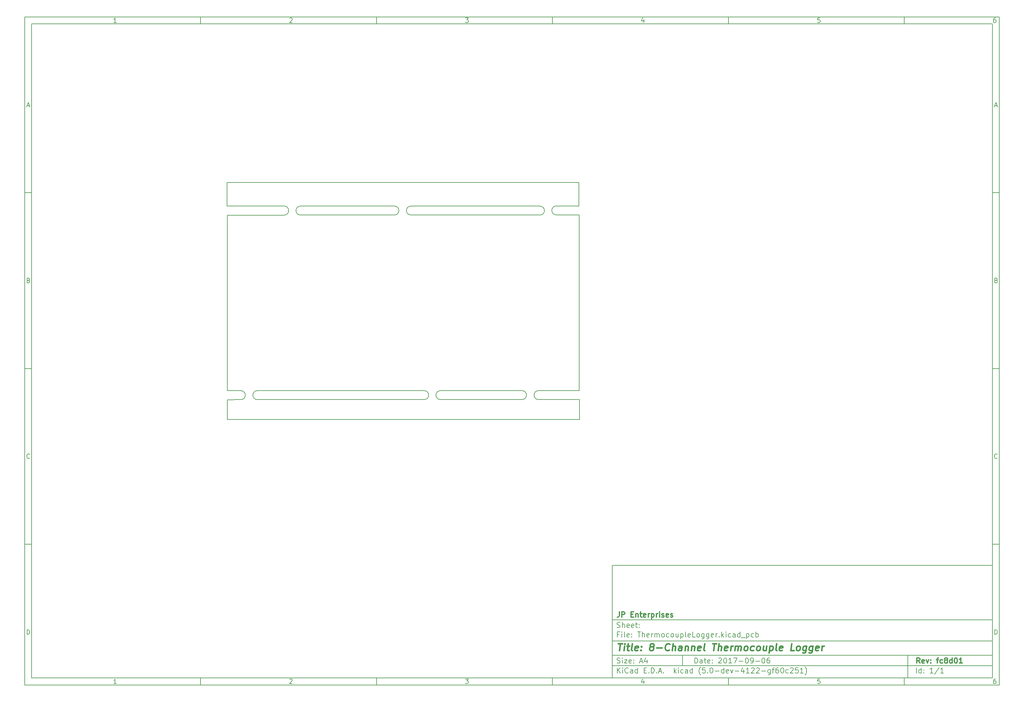
<source format=gm1>
%TF.GenerationSoftware,KiCad,Pcbnew,(5.0-dev-4122-gf60c251)*%
%TF.CreationDate,2018-08-13T09:47:59+01:00*%
%TF.ProjectId,ThermocoupleLogger,546865726D6F636F75706C654C6F6767,fc8d01*%
%TF.SameCoordinates,Original*%
%TF.FileFunction,Profile,NP*%
%FSLAX46Y46*%
G04 Gerber Fmt 4.6, Leading zero omitted, Abs format (unit mm)*
G04 Created by KiCad (PCBNEW (5.0-dev-4122-gf60c251)) date Monday, 13 August 2018 at 09:47:59*
%MOMM*%
%LPD*%
G01*
G04 APERTURE LIST*
%ADD10C,0.100000*%
%ADD11C,0.150000*%
%ADD12C,0.300000*%
%ADD13C,0.400000*%
%ADD14C,0.200000*%
G04 APERTURE END LIST*
D10*
D11*
X177002200Y-166007200D02*
X177002200Y-198007200D01*
X285002200Y-198007200D01*
X285002200Y-166007200D01*
X177002200Y-166007200D01*
D10*
D11*
X10000000Y-10000000D02*
X10000000Y-200007200D01*
X287002200Y-200007200D01*
X287002200Y-10000000D01*
X10000000Y-10000000D01*
D10*
D11*
X12000000Y-12000000D02*
X12000000Y-198007200D01*
X285002200Y-198007200D01*
X285002200Y-12000000D01*
X12000000Y-12000000D01*
D10*
D11*
X60000000Y-12000000D02*
X60000000Y-10000000D01*
D10*
D11*
X110000000Y-12000000D02*
X110000000Y-10000000D01*
D10*
D11*
X160000000Y-12000000D02*
X160000000Y-10000000D01*
D10*
D11*
X210000000Y-12000000D02*
X210000000Y-10000000D01*
D10*
D11*
X260000000Y-12000000D02*
X260000000Y-10000000D01*
D10*
D11*
X36065476Y-11588095D02*
X35322619Y-11588095D01*
X35694047Y-11588095D02*
X35694047Y-10288095D01*
X35570238Y-10473809D01*
X35446428Y-10597619D01*
X35322619Y-10659523D01*
D10*
D11*
X85322619Y-10411904D02*
X85384523Y-10350000D01*
X85508333Y-10288095D01*
X85817857Y-10288095D01*
X85941666Y-10350000D01*
X86003571Y-10411904D01*
X86065476Y-10535714D01*
X86065476Y-10659523D01*
X86003571Y-10845238D01*
X85260714Y-11588095D01*
X86065476Y-11588095D01*
D10*
D11*
X135260714Y-10288095D02*
X136065476Y-10288095D01*
X135632142Y-10783333D01*
X135817857Y-10783333D01*
X135941666Y-10845238D01*
X136003571Y-10907142D01*
X136065476Y-11030952D01*
X136065476Y-11340476D01*
X136003571Y-11464285D01*
X135941666Y-11526190D01*
X135817857Y-11588095D01*
X135446428Y-11588095D01*
X135322619Y-11526190D01*
X135260714Y-11464285D01*
D10*
D11*
X185941666Y-10721428D02*
X185941666Y-11588095D01*
X185632142Y-10226190D02*
X185322619Y-11154761D01*
X186127380Y-11154761D01*
D10*
D11*
X236003571Y-10288095D02*
X235384523Y-10288095D01*
X235322619Y-10907142D01*
X235384523Y-10845238D01*
X235508333Y-10783333D01*
X235817857Y-10783333D01*
X235941666Y-10845238D01*
X236003571Y-10907142D01*
X236065476Y-11030952D01*
X236065476Y-11340476D01*
X236003571Y-11464285D01*
X235941666Y-11526190D01*
X235817857Y-11588095D01*
X235508333Y-11588095D01*
X235384523Y-11526190D01*
X235322619Y-11464285D01*
D10*
D11*
X285941666Y-10288095D02*
X285694047Y-10288095D01*
X285570238Y-10350000D01*
X285508333Y-10411904D01*
X285384523Y-10597619D01*
X285322619Y-10845238D01*
X285322619Y-11340476D01*
X285384523Y-11464285D01*
X285446428Y-11526190D01*
X285570238Y-11588095D01*
X285817857Y-11588095D01*
X285941666Y-11526190D01*
X286003571Y-11464285D01*
X286065476Y-11340476D01*
X286065476Y-11030952D01*
X286003571Y-10907142D01*
X285941666Y-10845238D01*
X285817857Y-10783333D01*
X285570238Y-10783333D01*
X285446428Y-10845238D01*
X285384523Y-10907142D01*
X285322619Y-11030952D01*
D10*
D11*
X60000000Y-198007200D02*
X60000000Y-200007200D01*
D10*
D11*
X110000000Y-198007200D02*
X110000000Y-200007200D01*
D10*
D11*
X160000000Y-198007200D02*
X160000000Y-200007200D01*
D10*
D11*
X210000000Y-198007200D02*
X210000000Y-200007200D01*
D10*
D11*
X260000000Y-198007200D02*
X260000000Y-200007200D01*
D10*
D11*
X36065476Y-199595295D02*
X35322619Y-199595295D01*
X35694047Y-199595295D02*
X35694047Y-198295295D01*
X35570238Y-198481009D01*
X35446428Y-198604819D01*
X35322619Y-198666723D01*
D10*
D11*
X85322619Y-198419104D02*
X85384523Y-198357200D01*
X85508333Y-198295295D01*
X85817857Y-198295295D01*
X85941666Y-198357200D01*
X86003571Y-198419104D01*
X86065476Y-198542914D01*
X86065476Y-198666723D01*
X86003571Y-198852438D01*
X85260714Y-199595295D01*
X86065476Y-199595295D01*
D10*
D11*
X135260714Y-198295295D02*
X136065476Y-198295295D01*
X135632142Y-198790533D01*
X135817857Y-198790533D01*
X135941666Y-198852438D01*
X136003571Y-198914342D01*
X136065476Y-199038152D01*
X136065476Y-199347676D01*
X136003571Y-199471485D01*
X135941666Y-199533390D01*
X135817857Y-199595295D01*
X135446428Y-199595295D01*
X135322619Y-199533390D01*
X135260714Y-199471485D01*
D10*
D11*
X185941666Y-198728628D02*
X185941666Y-199595295D01*
X185632142Y-198233390D02*
X185322619Y-199161961D01*
X186127380Y-199161961D01*
D10*
D11*
X236003571Y-198295295D02*
X235384523Y-198295295D01*
X235322619Y-198914342D01*
X235384523Y-198852438D01*
X235508333Y-198790533D01*
X235817857Y-198790533D01*
X235941666Y-198852438D01*
X236003571Y-198914342D01*
X236065476Y-199038152D01*
X236065476Y-199347676D01*
X236003571Y-199471485D01*
X235941666Y-199533390D01*
X235817857Y-199595295D01*
X235508333Y-199595295D01*
X235384523Y-199533390D01*
X235322619Y-199471485D01*
D10*
D11*
X285941666Y-198295295D02*
X285694047Y-198295295D01*
X285570238Y-198357200D01*
X285508333Y-198419104D01*
X285384523Y-198604819D01*
X285322619Y-198852438D01*
X285322619Y-199347676D01*
X285384523Y-199471485D01*
X285446428Y-199533390D01*
X285570238Y-199595295D01*
X285817857Y-199595295D01*
X285941666Y-199533390D01*
X286003571Y-199471485D01*
X286065476Y-199347676D01*
X286065476Y-199038152D01*
X286003571Y-198914342D01*
X285941666Y-198852438D01*
X285817857Y-198790533D01*
X285570238Y-198790533D01*
X285446428Y-198852438D01*
X285384523Y-198914342D01*
X285322619Y-199038152D01*
D10*
D11*
X10000000Y-60000000D02*
X12000000Y-60000000D01*
D10*
D11*
X10000000Y-110000000D02*
X12000000Y-110000000D01*
D10*
D11*
X10000000Y-160000000D02*
X12000000Y-160000000D01*
D10*
D11*
X10690476Y-35216666D02*
X11309523Y-35216666D01*
X10566666Y-35588095D02*
X11000000Y-34288095D01*
X11433333Y-35588095D01*
D10*
D11*
X11092857Y-84907142D02*
X11278571Y-84969047D01*
X11340476Y-85030952D01*
X11402380Y-85154761D01*
X11402380Y-85340476D01*
X11340476Y-85464285D01*
X11278571Y-85526190D01*
X11154761Y-85588095D01*
X10659523Y-85588095D01*
X10659523Y-84288095D01*
X11092857Y-84288095D01*
X11216666Y-84350000D01*
X11278571Y-84411904D01*
X11340476Y-84535714D01*
X11340476Y-84659523D01*
X11278571Y-84783333D01*
X11216666Y-84845238D01*
X11092857Y-84907142D01*
X10659523Y-84907142D01*
D10*
D11*
X11402380Y-135464285D02*
X11340476Y-135526190D01*
X11154761Y-135588095D01*
X11030952Y-135588095D01*
X10845238Y-135526190D01*
X10721428Y-135402380D01*
X10659523Y-135278571D01*
X10597619Y-135030952D01*
X10597619Y-134845238D01*
X10659523Y-134597619D01*
X10721428Y-134473809D01*
X10845238Y-134350000D01*
X11030952Y-134288095D01*
X11154761Y-134288095D01*
X11340476Y-134350000D01*
X11402380Y-134411904D01*
D10*
D11*
X10659523Y-185588095D02*
X10659523Y-184288095D01*
X10969047Y-184288095D01*
X11154761Y-184350000D01*
X11278571Y-184473809D01*
X11340476Y-184597619D01*
X11402380Y-184845238D01*
X11402380Y-185030952D01*
X11340476Y-185278571D01*
X11278571Y-185402380D01*
X11154761Y-185526190D01*
X10969047Y-185588095D01*
X10659523Y-185588095D01*
D10*
D11*
X287002200Y-60000000D02*
X285002200Y-60000000D01*
D10*
D11*
X287002200Y-110000000D02*
X285002200Y-110000000D01*
D10*
D11*
X287002200Y-160000000D02*
X285002200Y-160000000D01*
D10*
D11*
X285692676Y-35216666D02*
X286311723Y-35216666D01*
X285568866Y-35588095D02*
X286002200Y-34288095D01*
X286435533Y-35588095D01*
D10*
D11*
X286095057Y-84907142D02*
X286280771Y-84969047D01*
X286342676Y-85030952D01*
X286404580Y-85154761D01*
X286404580Y-85340476D01*
X286342676Y-85464285D01*
X286280771Y-85526190D01*
X286156961Y-85588095D01*
X285661723Y-85588095D01*
X285661723Y-84288095D01*
X286095057Y-84288095D01*
X286218866Y-84350000D01*
X286280771Y-84411904D01*
X286342676Y-84535714D01*
X286342676Y-84659523D01*
X286280771Y-84783333D01*
X286218866Y-84845238D01*
X286095057Y-84907142D01*
X285661723Y-84907142D01*
D10*
D11*
X286404580Y-135464285D02*
X286342676Y-135526190D01*
X286156961Y-135588095D01*
X286033152Y-135588095D01*
X285847438Y-135526190D01*
X285723628Y-135402380D01*
X285661723Y-135278571D01*
X285599819Y-135030952D01*
X285599819Y-134845238D01*
X285661723Y-134597619D01*
X285723628Y-134473809D01*
X285847438Y-134350000D01*
X286033152Y-134288095D01*
X286156961Y-134288095D01*
X286342676Y-134350000D01*
X286404580Y-134411904D01*
D10*
D11*
X285661723Y-185588095D02*
X285661723Y-184288095D01*
X285971247Y-184288095D01*
X286156961Y-184350000D01*
X286280771Y-184473809D01*
X286342676Y-184597619D01*
X286404580Y-184845238D01*
X286404580Y-185030952D01*
X286342676Y-185278571D01*
X286280771Y-185402380D01*
X286156961Y-185526190D01*
X285971247Y-185588095D01*
X285661723Y-185588095D01*
D10*
D11*
X200434342Y-193785771D02*
X200434342Y-192285771D01*
X200791485Y-192285771D01*
X201005771Y-192357200D01*
X201148628Y-192500057D01*
X201220057Y-192642914D01*
X201291485Y-192928628D01*
X201291485Y-193142914D01*
X201220057Y-193428628D01*
X201148628Y-193571485D01*
X201005771Y-193714342D01*
X200791485Y-193785771D01*
X200434342Y-193785771D01*
X202577200Y-193785771D02*
X202577200Y-193000057D01*
X202505771Y-192857200D01*
X202362914Y-192785771D01*
X202077200Y-192785771D01*
X201934342Y-192857200D01*
X202577200Y-193714342D02*
X202434342Y-193785771D01*
X202077200Y-193785771D01*
X201934342Y-193714342D01*
X201862914Y-193571485D01*
X201862914Y-193428628D01*
X201934342Y-193285771D01*
X202077200Y-193214342D01*
X202434342Y-193214342D01*
X202577200Y-193142914D01*
X203077200Y-192785771D02*
X203648628Y-192785771D01*
X203291485Y-192285771D02*
X203291485Y-193571485D01*
X203362914Y-193714342D01*
X203505771Y-193785771D01*
X203648628Y-193785771D01*
X204720057Y-193714342D02*
X204577200Y-193785771D01*
X204291485Y-193785771D01*
X204148628Y-193714342D01*
X204077200Y-193571485D01*
X204077200Y-193000057D01*
X204148628Y-192857200D01*
X204291485Y-192785771D01*
X204577200Y-192785771D01*
X204720057Y-192857200D01*
X204791485Y-193000057D01*
X204791485Y-193142914D01*
X204077200Y-193285771D01*
X205434342Y-193642914D02*
X205505771Y-193714342D01*
X205434342Y-193785771D01*
X205362914Y-193714342D01*
X205434342Y-193642914D01*
X205434342Y-193785771D01*
X205434342Y-192857200D02*
X205505771Y-192928628D01*
X205434342Y-193000057D01*
X205362914Y-192928628D01*
X205434342Y-192857200D01*
X205434342Y-193000057D01*
X207220057Y-192428628D02*
X207291485Y-192357200D01*
X207434342Y-192285771D01*
X207791485Y-192285771D01*
X207934342Y-192357200D01*
X208005771Y-192428628D01*
X208077200Y-192571485D01*
X208077200Y-192714342D01*
X208005771Y-192928628D01*
X207148628Y-193785771D01*
X208077200Y-193785771D01*
X209005771Y-192285771D02*
X209148628Y-192285771D01*
X209291485Y-192357200D01*
X209362914Y-192428628D01*
X209434342Y-192571485D01*
X209505771Y-192857200D01*
X209505771Y-193214342D01*
X209434342Y-193500057D01*
X209362914Y-193642914D01*
X209291485Y-193714342D01*
X209148628Y-193785771D01*
X209005771Y-193785771D01*
X208862914Y-193714342D01*
X208791485Y-193642914D01*
X208720057Y-193500057D01*
X208648628Y-193214342D01*
X208648628Y-192857200D01*
X208720057Y-192571485D01*
X208791485Y-192428628D01*
X208862914Y-192357200D01*
X209005771Y-192285771D01*
X210934342Y-193785771D02*
X210077200Y-193785771D01*
X210505771Y-193785771D02*
X210505771Y-192285771D01*
X210362914Y-192500057D01*
X210220057Y-192642914D01*
X210077200Y-192714342D01*
X211434342Y-192285771D02*
X212434342Y-192285771D01*
X211791485Y-193785771D01*
X213005771Y-193214342D02*
X214148628Y-193214342D01*
X215148628Y-192285771D02*
X215291485Y-192285771D01*
X215434342Y-192357200D01*
X215505771Y-192428628D01*
X215577200Y-192571485D01*
X215648628Y-192857200D01*
X215648628Y-193214342D01*
X215577200Y-193500057D01*
X215505771Y-193642914D01*
X215434342Y-193714342D01*
X215291485Y-193785771D01*
X215148628Y-193785771D01*
X215005771Y-193714342D01*
X214934342Y-193642914D01*
X214862914Y-193500057D01*
X214791485Y-193214342D01*
X214791485Y-192857200D01*
X214862914Y-192571485D01*
X214934342Y-192428628D01*
X215005771Y-192357200D01*
X215148628Y-192285771D01*
X216362914Y-193785771D02*
X216648628Y-193785771D01*
X216791485Y-193714342D01*
X216862914Y-193642914D01*
X217005771Y-193428628D01*
X217077200Y-193142914D01*
X217077200Y-192571485D01*
X217005771Y-192428628D01*
X216934342Y-192357200D01*
X216791485Y-192285771D01*
X216505771Y-192285771D01*
X216362914Y-192357200D01*
X216291485Y-192428628D01*
X216220057Y-192571485D01*
X216220057Y-192928628D01*
X216291485Y-193071485D01*
X216362914Y-193142914D01*
X216505771Y-193214342D01*
X216791485Y-193214342D01*
X216934342Y-193142914D01*
X217005771Y-193071485D01*
X217077200Y-192928628D01*
X217720057Y-193214342D02*
X218862914Y-193214342D01*
X219862914Y-192285771D02*
X220005771Y-192285771D01*
X220148628Y-192357200D01*
X220220057Y-192428628D01*
X220291485Y-192571485D01*
X220362914Y-192857200D01*
X220362914Y-193214342D01*
X220291485Y-193500057D01*
X220220057Y-193642914D01*
X220148628Y-193714342D01*
X220005771Y-193785771D01*
X219862914Y-193785771D01*
X219720057Y-193714342D01*
X219648628Y-193642914D01*
X219577200Y-193500057D01*
X219505771Y-193214342D01*
X219505771Y-192857200D01*
X219577200Y-192571485D01*
X219648628Y-192428628D01*
X219720057Y-192357200D01*
X219862914Y-192285771D01*
X221648628Y-192285771D02*
X221362914Y-192285771D01*
X221220057Y-192357200D01*
X221148628Y-192428628D01*
X221005771Y-192642914D01*
X220934342Y-192928628D01*
X220934342Y-193500057D01*
X221005771Y-193642914D01*
X221077200Y-193714342D01*
X221220057Y-193785771D01*
X221505771Y-193785771D01*
X221648628Y-193714342D01*
X221720057Y-193642914D01*
X221791485Y-193500057D01*
X221791485Y-193142914D01*
X221720057Y-193000057D01*
X221648628Y-192928628D01*
X221505771Y-192857200D01*
X221220057Y-192857200D01*
X221077200Y-192928628D01*
X221005771Y-193000057D01*
X220934342Y-193142914D01*
D10*
D11*
X177002200Y-194507200D02*
X285002200Y-194507200D01*
D10*
D11*
X178434342Y-196585771D02*
X178434342Y-195085771D01*
X179291485Y-196585771D02*
X178648628Y-195728628D01*
X179291485Y-195085771D02*
X178434342Y-195942914D01*
X179934342Y-196585771D02*
X179934342Y-195585771D01*
X179934342Y-195085771D02*
X179862914Y-195157200D01*
X179934342Y-195228628D01*
X180005771Y-195157200D01*
X179934342Y-195085771D01*
X179934342Y-195228628D01*
X181505771Y-196442914D02*
X181434342Y-196514342D01*
X181220057Y-196585771D01*
X181077200Y-196585771D01*
X180862914Y-196514342D01*
X180720057Y-196371485D01*
X180648628Y-196228628D01*
X180577200Y-195942914D01*
X180577200Y-195728628D01*
X180648628Y-195442914D01*
X180720057Y-195300057D01*
X180862914Y-195157200D01*
X181077200Y-195085771D01*
X181220057Y-195085771D01*
X181434342Y-195157200D01*
X181505771Y-195228628D01*
X182791485Y-196585771D02*
X182791485Y-195800057D01*
X182720057Y-195657200D01*
X182577200Y-195585771D01*
X182291485Y-195585771D01*
X182148628Y-195657200D01*
X182791485Y-196514342D02*
X182648628Y-196585771D01*
X182291485Y-196585771D01*
X182148628Y-196514342D01*
X182077200Y-196371485D01*
X182077200Y-196228628D01*
X182148628Y-196085771D01*
X182291485Y-196014342D01*
X182648628Y-196014342D01*
X182791485Y-195942914D01*
X184148628Y-196585771D02*
X184148628Y-195085771D01*
X184148628Y-196514342D02*
X184005771Y-196585771D01*
X183720057Y-196585771D01*
X183577200Y-196514342D01*
X183505771Y-196442914D01*
X183434342Y-196300057D01*
X183434342Y-195871485D01*
X183505771Y-195728628D01*
X183577200Y-195657200D01*
X183720057Y-195585771D01*
X184005771Y-195585771D01*
X184148628Y-195657200D01*
X186005771Y-195800057D02*
X186505771Y-195800057D01*
X186720057Y-196585771D02*
X186005771Y-196585771D01*
X186005771Y-195085771D01*
X186720057Y-195085771D01*
X187362914Y-196442914D02*
X187434342Y-196514342D01*
X187362914Y-196585771D01*
X187291485Y-196514342D01*
X187362914Y-196442914D01*
X187362914Y-196585771D01*
X188077200Y-196585771D02*
X188077200Y-195085771D01*
X188434342Y-195085771D01*
X188648628Y-195157200D01*
X188791485Y-195300057D01*
X188862914Y-195442914D01*
X188934342Y-195728628D01*
X188934342Y-195942914D01*
X188862914Y-196228628D01*
X188791485Y-196371485D01*
X188648628Y-196514342D01*
X188434342Y-196585771D01*
X188077200Y-196585771D01*
X189577200Y-196442914D02*
X189648628Y-196514342D01*
X189577200Y-196585771D01*
X189505771Y-196514342D01*
X189577200Y-196442914D01*
X189577200Y-196585771D01*
X190220057Y-196157200D02*
X190934342Y-196157200D01*
X190077200Y-196585771D02*
X190577200Y-195085771D01*
X191077200Y-196585771D01*
X191577200Y-196442914D02*
X191648628Y-196514342D01*
X191577200Y-196585771D01*
X191505771Y-196514342D01*
X191577200Y-196442914D01*
X191577200Y-196585771D01*
X194577200Y-196585771D02*
X194577200Y-195085771D01*
X194720057Y-196014342D02*
X195148628Y-196585771D01*
X195148628Y-195585771D02*
X194577200Y-196157200D01*
X195791485Y-196585771D02*
X195791485Y-195585771D01*
X195791485Y-195085771D02*
X195720057Y-195157200D01*
X195791485Y-195228628D01*
X195862914Y-195157200D01*
X195791485Y-195085771D01*
X195791485Y-195228628D01*
X197148628Y-196514342D02*
X197005771Y-196585771D01*
X196720057Y-196585771D01*
X196577200Y-196514342D01*
X196505771Y-196442914D01*
X196434342Y-196300057D01*
X196434342Y-195871485D01*
X196505771Y-195728628D01*
X196577200Y-195657200D01*
X196720057Y-195585771D01*
X197005771Y-195585771D01*
X197148628Y-195657200D01*
X198434342Y-196585771D02*
X198434342Y-195800057D01*
X198362914Y-195657200D01*
X198220057Y-195585771D01*
X197934342Y-195585771D01*
X197791485Y-195657200D01*
X198434342Y-196514342D02*
X198291485Y-196585771D01*
X197934342Y-196585771D01*
X197791485Y-196514342D01*
X197720057Y-196371485D01*
X197720057Y-196228628D01*
X197791485Y-196085771D01*
X197934342Y-196014342D01*
X198291485Y-196014342D01*
X198434342Y-195942914D01*
X199791485Y-196585771D02*
X199791485Y-195085771D01*
X199791485Y-196514342D02*
X199648628Y-196585771D01*
X199362914Y-196585771D01*
X199220057Y-196514342D01*
X199148628Y-196442914D01*
X199077200Y-196300057D01*
X199077200Y-195871485D01*
X199148628Y-195728628D01*
X199220057Y-195657200D01*
X199362914Y-195585771D01*
X199648628Y-195585771D01*
X199791485Y-195657200D01*
X202077200Y-197157200D02*
X202005771Y-197085771D01*
X201862914Y-196871485D01*
X201791485Y-196728628D01*
X201720057Y-196514342D01*
X201648628Y-196157200D01*
X201648628Y-195871485D01*
X201720057Y-195514342D01*
X201791485Y-195300057D01*
X201862914Y-195157200D01*
X202005771Y-194942914D01*
X202077200Y-194871485D01*
X203362914Y-195085771D02*
X202648628Y-195085771D01*
X202577200Y-195800057D01*
X202648628Y-195728628D01*
X202791485Y-195657200D01*
X203148628Y-195657200D01*
X203291485Y-195728628D01*
X203362914Y-195800057D01*
X203434342Y-195942914D01*
X203434342Y-196300057D01*
X203362914Y-196442914D01*
X203291485Y-196514342D01*
X203148628Y-196585771D01*
X202791485Y-196585771D01*
X202648628Y-196514342D01*
X202577200Y-196442914D01*
X204077200Y-196442914D02*
X204148628Y-196514342D01*
X204077200Y-196585771D01*
X204005771Y-196514342D01*
X204077200Y-196442914D01*
X204077200Y-196585771D01*
X205077200Y-195085771D02*
X205220057Y-195085771D01*
X205362914Y-195157200D01*
X205434342Y-195228628D01*
X205505771Y-195371485D01*
X205577200Y-195657200D01*
X205577200Y-196014342D01*
X205505771Y-196300057D01*
X205434342Y-196442914D01*
X205362914Y-196514342D01*
X205220057Y-196585771D01*
X205077200Y-196585771D01*
X204934342Y-196514342D01*
X204862914Y-196442914D01*
X204791485Y-196300057D01*
X204720057Y-196014342D01*
X204720057Y-195657200D01*
X204791485Y-195371485D01*
X204862914Y-195228628D01*
X204934342Y-195157200D01*
X205077200Y-195085771D01*
X206220057Y-196014342D02*
X207362914Y-196014342D01*
X208720057Y-196585771D02*
X208720057Y-195085771D01*
X208720057Y-196514342D02*
X208577200Y-196585771D01*
X208291485Y-196585771D01*
X208148628Y-196514342D01*
X208077200Y-196442914D01*
X208005771Y-196300057D01*
X208005771Y-195871485D01*
X208077200Y-195728628D01*
X208148628Y-195657200D01*
X208291485Y-195585771D01*
X208577200Y-195585771D01*
X208720057Y-195657200D01*
X210005771Y-196514342D02*
X209862914Y-196585771D01*
X209577200Y-196585771D01*
X209434342Y-196514342D01*
X209362914Y-196371485D01*
X209362914Y-195800057D01*
X209434342Y-195657200D01*
X209577200Y-195585771D01*
X209862914Y-195585771D01*
X210005771Y-195657200D01*
X210077200Y-195800057D01*
X210077200Y-195942914D01*
X209362914Y-196085771D01*
X210577200Y-195585771D02*
X210934342Y-196585771D01*
X211291485Y-195585771D01*
X211862914Y-196014342D02*
X213005771Y-196014342D01*
X214362914Y-195585771D02*
X214362914Y-196585771D01*
X214005771Y-195014342D02*
X213648628Y-196085771D01*
X214577200Y-196085771D01*
X215934342Y-196585771D02*
X215077200Y-196585771D01*
X215505771Y-196585771D02*
X215505771Y-195085771D01*
X215362914Y-195300057D01*
X215220057Y-195442914D01*
X215077200Y-195514342D01*
X216505771Y-195228628D02*
X216577200Y-195157200D01*
X216720057Y-195085771D01*
X217077200Y-195085771D01*
X217220057Y-195157200D01*
X217291485Y-195228628D01*
X217362914Y-195371485D01*
X217362914Y-195514342D01*
X217291485Y-195728628D01*
X216434342Y-196585771D01*
X217362914Y-196585771D01*
X217934342Y-195228628D02*
X218005771Y-195157200D01*
X218148628Y-195085771D01*
X218505771Y-195085771D01*
X218648628Y-195157200D01*
X218720057Y-195228628D01*
X218791485Y-195371485D01*
X218791485Y-195514342D01*
X218720057Y-195728628D01*
X217862914Y-196585771D01*
X218791485Y-196585771D01*
X219434342Y-196014342D02*
X220577200Y-196014342D01*
X221934342Y-195585771D02*
X221934342Y-196800057D01*
X221862914Y-196942914D01*
X221791485Y-197014342D01*
X221648628Y-197085771D01*
X221434342Y-197085771D01*
X221291485Y-197014342D01*
X221934342Y-196514342D02*
X221791485Y-196585771D01*
X221505771Y-196585771D01*
X221362914Y-196514342D01*
X221291485Y-196442914D01*
X221220057Y-196300057D01*
X221220057Y-195871485D01*
X221291485Y-195728628D01*
X221362914Y-195657200D01*
X221505771Y-195585771D01*
X221791485Y-195585771D01*
X221934342Y-195657200D01*
X222434342Y-195585771D02*
X223005771Y-195585771D01*
X222648628Y-196585771D02*
X222648628Y-195300057D01*
X222720057Y-195157200D01*
X222862914Y-195085771D01*
X223005771Y-195085771D01*
X224148628Y-195085771D02*
X223862914Y-195085771D01*
X223720057Y-195157200D01*
X223648628Y-195228628D01*
X223505771Y-195442914D01*
X223434342Y-195728628D01*
X223434342Y-196300057D01*
X223505771Y-196442914D01*
X223577200Y-196514342D01*
X223720057Y-196585771D01*
X224005771Y-196585771D01*
X224148628Y-196514342D01*
X224220057Y-196442914D01*
X224291485Y-196300057D01*
X224291485Y-195942914D01*
X224220057Y-195800057D01*
X224148628Y-195728628D01*
X224005771Y-195657200D01*
X223720057Y-195657200D01*
X223577200Y-195728628D01*
X223505771Y-195800057D01*
X223434342Y-195942914D01*
X225220057Y-195085771D02*
X225362914Y-195085771D01*
X225505771Y-195157200D01*
X225577200Y-195228628D01*
X225648628Y-195371485D01*
X225720057Y-195657200D01*
X225720057Y-196014342D01*
X225648628Y-196300057D01*
X225577200Y-196442914D01*
X225505771Y-196514342D01*
X225362914Y-196585771D01*
X225220057Y-196585771D01*
X225077200Y-196514342D01*
X225005771Y-196442914D01*
X224934342Y-196300057D01*
X224862914Y-196014342D01*
X224862914Y-195657200D01*
X224934342Y-195371485D01*
X225005771Y-195228628D01*
X225077200Y-195157200D01*
X225220057Y-195085771D01*
X227005771Y-196514342D02*
X226862914Y-196585771D01*
X226577200Y-196585771D01*
X226434342Y-196514342D01*
X226362914Y-196442914D01*
X226291485Y-196300057D01*
X226291485Y-195871485D01*
X226362914Y-195728628D01*
X226434342Y-195657200D01*
X226577200Y-195585771D01*
X226862914Y-195585771D01*
X227005771Y-195657200D01*
X227577199Y-195228628D02*
X227648628Y-195157200D01*
X227791485Y-195085771D01*
X228148628Y-195085771D01*
X228291485Y-195157200D01*
X228362914Y-195228628D01*
X228434342Y-195371485D01*
X228434342Y-195514342D01*
X228362914Y-195728628D01*
X227505771Y-196585771D01*
X228434342Y-196585771D01*
X229791485Y-195085771D02*
X229077199Y-195085771D01*
X229005771Y-195800057D01*
X229077199Y-195728628D01*
X229220057Y-195657200D01*
X229577199Y-195657200D01*
X229720057Y-195728628D01*
X229791485Y-195800057D01*
X229862914Y-195942914D01*
X229862914Y-196300057D01*
X229791485Y-196442914D01*
X229720057Y-196514342D01*
X229577199Y-196585771D01*
X229220057Y-196585771D01*
X229077199Y-196514342D01*
X229005771Y-196442914D01*
X231291485Y-196585771D02*
X230434342Y-196585771D01*
X230862914Y-196585771D02*
X230862914Y-195085771D01*
X230720057Y-195300057D01*
X230577199Y-195442914D01*
X230434342Y-195514342D01*
X231791485Y-197157200D02*
X231862914Y-197085771D01*
X232005771Y-196871485D01*
X232077199Y-196728628D01*
X232148628Y-196514342D01*
X232220057Y-196157200D01*
X232220057Y-195871485D01*
X232148628Y-195514342D01*
X232077199Y-195300057D01*
X232005771Y-195157200D01*
X231862914Y-194942914D01*
X231791485Y-194871485D01*
D10*
D11*
X177002200Y-191507200D02*
X285002200Y-191507200D01*
D10*
D12*
X264411485Y-193785771D02*
X263911485Y-193071485D01*
X263554342Y-193785771D02*
X263554342Y-192285771D01*
X264125771Y-192285771D01*
X264268628Y-192357200D01*
X264340057Y-192428628D01*
X264411485Y-192571485D01*
X264411485Y-192785771D01*
X264340057Y-192928628D01*
X264268628Y-193000057D01*
X264125771Y-193071485D01*
X263554342Y-193071485D01*
X265625771Y-193714342D02*
X265482914Y-193785771D01*
X265197200Y-193785771D01*
X265054342Y-193714342D01*
X264982914Y-193571485D01*
X264982914Y-193000057D01*
X265054342Y-192857200D01*
X265197200Y-192785771D01*
X265482914Y-192785771D01*
X265625771Y-192857200D01*
X265697200Y-193000057D01*
X265697200Y-193142914D01*
X264982914Y-193285771D01*
X266197200Y-192785771D02*
X266554342Y-193785771D01*
X266911485Y-192785771D01*
X267482914Y-193642914D02*
X267554342Y-193714342D01*
X267482914Y-193785771D01*
X267411485Y-193714342D01*
X267482914Y-193642914D01*
X267482914Y-193785771D01*
X267482914Y-192857200D02*
X267554342Y-192928628D01*
X267482914Y-193000057D01*
X267411485Y-192928628D01*
X267482914Y-192857200D01*
X267482914Y-193000057D01*
X269125771Y-192785771D02*
X269697200Y-192785771D01*
X269340057Y-193785771D02*
X269340057Y-192500057D01*
X269411485Y-192357200D01*
X269554342Y-192285771D01*
X269697200Y-192285771D01*
X270840057Y-193714342D02*
X270697200Y-193785771D01*
X270411485Y-193785771D01*
X270268628Y-193714342D01*
X270197200Y-193642914D01*
X270125771Y-193500057D01*
X270125771Y-193071485D01*
X270197200Y-192928628D01*
X270268628Y-192857200D01*
X270411485Y-192785771D01*
X270697200Y-192785771D01*
X270840057Y-192857200D01*
X271697200Y-192928628D02*
X271554342Y-192857200D01*
X271482914Y-192785771D01*
X271411485Y-192642914D01*
X271411485Y-192571485D01*
X271482914Y-192428628D01*
X271554342Y-192357200D01*
X271697200Y-192285771D01*
X271982914Y-192285771D01*
X272125771Y-192357200D01*
X272197200Y-192428628D01*
X272268628Y-192571485D01*
X272268628Y-192642914D01*
X272197200Y-192785771D01*
X272125771Y-192857200D01*
X271982914Y-192928628D01*
X271697200Y-192928628D01*
X271554342Y-193000057D01*
X271482914Y-193071485D01*
X271411485Y-193214342D01*
X271411485Y-193500057D01*
X271482914Y-193642914D01*
X271554342Y-193714342D01*
X271697200Y-193785771D01*
X271982914Y-193785771D01*
X272125771Y-193714342D01*
X272197200Y-193642914D01*
X272268628Y-193500057D01*
X272268628Y-193214342D01*
X272197200Y-193071485D01*
X272125771Y-193000057D01*
X271982914Y-192928628D01*
X273554342Y-193785771D02*
X273554342Y-192285771D01*
X273554342Y-193714342D02*
X273411485Y-193785771D01*
X273125771Y-193785771D01*
X272982914Y-193714342D01*
X272911485Y-193642914D01*
X272840057Y-193500057D01*
X272840057Y-193071485D01*
X272911485Y-192928628D01*
X272982914Y-192857200D01*
X273125771Y-192785771D01*
X273411485Y-192785771D01*
X273554342Y-192857200D01*
X274554342Y-192285771D02*
X274697200Y-192285771D01*
X274840057Y-192357200D01*
X274911485Y-192428628D01*
X274982914Y-192571485D01*
X275054342Y-192857200D01*
X275054342Y-193214342D01*
X274982914Y-193500057D01*
X274911485Y-193642914D01*
X274840057Y-193714342D01*
X274697200Y-193785771D01*
X274554342Y-193785771D01*
X274411485Y-193714342D01*
X274340057Y-193642914D01*
X274268628Y-193500057D01*
X274197200Y-193214342D01*
X274197200Y-192857200D01*
X274268628Y-192571485D01*
X274340057Y-192428628D01*
X274411485Y-192357200D01*
X274554342Y-192285771D01*
X276482914Y-193785771D02*
X275625771Y-193785771D01*
X276054342Y-193785771D02*
X276054342Y-192285771D01*
X275911485Y-192500057D01*
X275768628Y-192642914D01*
X275625771Y-192714342D01*
D10*
D11*
X178362914Y-193714342D02*
X178577200Y-193785771D01*
X178934342Y-193785771D01*
X179077200Y-193714342D01*
X179148628Y-193642914D01*
X179220057Y-193500057D01*
X179220057Y-193357200D01*
X179148628Y-193214342D01*
X179077200Y-193142914D01*
X178934342Y-193071485D01*
X178648628Y-193000057D01*
X178505771Y-192928628D01*
X178434342Y-192857200D01*
X178362914Y-192714342D01*
X178362914Y-192571485D01*
X178434342Y-192428628D01*
X178505771Y-192357200D01*
X178648628Y-192285771D01*
X179005771Y-192285771D01*
X179220057Y-192357200D01*
X179862914Y-193785771D02*
X179862914Y-192785771D01*
X179862914Y-192285771D02*
X179791485Y-192357200D01*
X179862914Y-192428628D01*
X179934342Y-192357200D01*
X179862914Y-192285771D01*
X179862914Y-192428628D01*
X180434342Y-192785771D02*
X181220057Y-192785771D01*
X180434342Y-193785771D01*
X181220057Y-193785771D01*
X182362914Y-193714342D02*
X182220057Y-193785771D01*
X181934342Y-193785771D01*
X181791485Y-193714342D01*
X181720057Y-193571485D01*
X181720057Y-193000057D01*
X181791485Y-192857200D01*
X181934342Y-192785771D01*
X182220057Y-192785771D01*
X182362914Y-192857200D01*
X182434342Y-193000057D01*
X182434342Y-193142914D01*
X181720057Y-193285771D01*
X183077200Y-193642914D02*
X183148628Y-193714342D01*
X183077200Y-193785771D01*
X183005771Y-193714342D01*
X183077200Y-193642914D01*
X183077200Y-193785771D01*
X183077200Y-192857200D02*
X183148628Y-192928628D01*
X183077200Y-193000057D01*
X183005771Y-192928628D01*
X183077200Y-192857200D01*
X183077200Y-193000057D01*
X184862914Y-193357200D02*
X185577200Y-193357200D01*
X184720057Y-193785771D02*
X185220057Y-192285771D01*
X185720057Y-193785771D01*
X186862914Y-192785771D02*
X186862914Y-193785771D01*
X186505771Y-192214342D02*
X186148628Y-193285771D01*
X187077200Y-193285771D01*
D10*
D11*
X263434342Y-196585771D02*
X263434342Y-195085771D01*
X264791485Y-196585771D02*
X264791485Y-195085771D01*
X264791485Y-196514342D02*
X264648628Y-196585771D01*
X264362914Y-196585771D01*
X264220057Y-196514342D01*
X264148628Y-196442914D01*
X264077200Y-196300057D01*
X264077200Y-195871485D01*
X264148628Y-195728628D01*
X264220057Y-195657200D01*
X264362914Y-195585771D01*
X264648628Y-195585771D01*
X264791485Y-195657200D01*
X265505771Y-196442914D02*
X265577200Y-196514342D01*
X265505771Y-196585771D01*
X265434342Y-196514342D01*
X265505771Y-196442914D01*
X265505771Y-196585771D01*
X265505771Y-195657200D02*
X265577200Y-195728628D01*
X265505771Y-195800057D01*
X265434342Y-195728628D01*
X265505771Y-195657200D01*
X265505771Y-195800057D01*
X268148628Y-196585771D02*
X267291485Y-196585771D01*
X267720057Y-196585771D02*
X267720057Y-195085771D01*
X267577200Y-195300057D01*
X267434342Y-195442914D01*
X267291485Y-195514342D01*
X269862914Y-195014342D02*
X268577200Y-196942914D01*
X271148628Y-196585771D02*
X270291485Y-196585771D01*
X270720057Y-196585771D02*
X270720057Y-195085771D01*
X270577200Y-195300057D01*
X270434342Y-195442914D01*
X270291485Y-195514342D01*
D10*
D11*
X177002200Y-187507200D02*
X285002200Y-187507200D01*
D10*
D13*
X178714580Y-188211961D02*
X179857438Y-188211961D01*
X179036009Y-190211961D02*
X179286009Y-188211961D01*
X180274104Y-190211961D02*
X180440771Y-188878628D01*
X180524104Y-188211961D02*
X180416961Y-188307200D01*
X180500295Y-188402438D01*
X180607438Y-188307200D01*
X180524104Y-188211961D01*
X180500295Y-188402438D01*
X181107438Y-188878628D02*
X181869342Y-188878628D01*
X181476485Y-188211961D02*
X181262200Y-189926247D01*
X181333628Y-190116723D01*
X181512200Y-190211961D01*
X181702676Y-190211961D01*
X182655057Y-190211961D02*
X182476485Y-190116723D01*
X182405057Y-189926247D01*
X182619342Y-188211961D01*
X184190771Y-190116723D02*
X183988390Y-190211961D01*
X183607438Y-190211961D01*
X183428866Y-190116723D01*
X183357438Y-189926247D01*
X183452676Y-189164342D01*
X183571723Y-188973866D01*
X183774104Y-188878628D01*
X184155057Y-188878628D01*
X184333628Y-188973866D01*
X184405057Y-189164342D01*
X184381247Y-189354819D01*
X183405057Y-189545295D01*
X185155057Y-190021485D02*
X185238390Y-190116723D01*
X185131247Y-190211961D01*
X185047914Y-190116723D01*
X185155057Y-190021485D01*
X185131247Y-190211961D01*
X185286009Y-188973866D02*
X185369342Y-189069104D01*
X185262200Y-189164342D01*
X185178866Y-189069104D01*
X185286009Y-188973866D01*
X185262200Y-189164342D01*
X188036009Y-189069104D02*
X187857438Y-188973866D01*
X187774104Y-188878628D01*
X187702676Y-188688152D01*
X187714580Y-188592914D01*
X187833628Y-188402438D01*
X187940771Y-188307200D01*
X188143152Y-188211961D01*
X188524104Y-188211961D01*
X188702676Y-188307200D01*
X188786009Y-188402438D01*
X188857438Y-188592914D01*
X188845533Y-188688152D01*
X188726485Y-188878628D01*
X188619342Y-188973866D01*
X188416961Y-189069104D01*
X188036009Y-189069104D01*
X187833628Y-189164342D01*
X187726485Y-189259580D01*
X187607438Y-189450057D01*
X187559819Y-189831009D01*
X187631247Y-190021485D01*
X187714580Y-190116723D01*
X187893152Y-190211961D01*
X188274104Y-190211961D01*
X188476485Y-190116723D01*
X188583628Y-190021485D01*
X188702676Y-189831009D01*
X188750295Y-189450057D01*
X188678866Y-189259580D01*
X188595533Y-189164342D01*
X188416961Y-189069104D01*
X189607438Y-189450057D02*
X191131247Y-189450057D01*
X193155057Y-190021485D02*
X193047914Y-190116723D01*
X192750295Y-190211961D01*
X192559819Y-190211961D01*
X192286009Y-190116723D01*
X192119342Y-189926247D01*
X192047914Y-189735771D01*
X192000295Y-189354819D01*
X192036009Y-189069104D01*
X192178866Y-188688152D01*
X192297914Y-188497676D01*
X192512200Y-188307200D01*
X192809819Y-188211961D01*
X193000295Y-188211961D01*
X193274104Y-188307200D01*
X193357438Y-188402438D01*
X193988390Y-190211961D02*
X194238390Y-188211961D01*
X194845533Y-190211961D02*
X194976485Y-189164342D01*
X194905057Y-188973866D01*
X194726485Y-188878628D01*
X194440771Y-188878628D01*
X194238390Y-188973866D01*
X194131247Y-189069104D01*
X196655057Y-190211961D02*
X196786009Y-189164342D01*
X196714580Y-188973866D01*
X196536009Y-188878628D01*
X196155057Y-188878628D01*
X195952676Y-188973866D01*
X196666961Y-190116723D02*
X196464580Y-190211961D01*
X195988390Y-190211961D01*
X195809819Y-190116723D01*
X195738390Y-189926247D01*
X195762200Y-189735771D01*
X195881247Y-189545295D01*
X196083628Y-189450057D01*
X196559819Y-189450057D01*
X196762200Y-189354819D01*
X197774104Y-188878628D02*
X197607438Y-190211961D01*
X197750295Y-189069104D02*
X197857438Y-188973866D01*
X198059819Y-188878628D01*
X198345533Y-188878628D01*
X198524104Y-188973866D01*
X198595533Y-189164342D01*
X198464580Y-190211961D01*
X199583628Y-188878628D02*
X199416961Y-190211961D01*
X199559819Y-189069104D02*
X199666961Y-188973866D01*
X199869342Y-188878628D01*
X200155057Y-188878628D01*
X200333628Y-188973866D01*
X200405057Y-189164342D01*
X200274104Y-190211961D01*
X202000295Y-190116723D02*
X201797914Y-190211961D01*
X201416961Y-190211961D01*
X201238390Y-190116723D01*
X201166961Y-189926247D01*
X201262200Y-189164342D01*
X201381247Y-188973866D01*
X201583628Y-188878628D01*
X201964580Y-188878628D01*
X202143152Y-188973866D01*
X202214580Y-189164342D01*
X202190771Y-189354819D01*
X201214580Y-189545295D01*
X203226485Y-190211961D02*
X203047914Y-190116723D01*
X202976485Y-189926247D01*
X203190771Y-188211961D01*
X205476485Y-188211961D02*
X206619342Y-188211961D01*
X205797914Y-190211961D02*
X206047914Y-188211961D01*
X207036009Y-190211961D02*
X207286009Y-188211961D01*
X207893152Y-190211961D02*
X208024104Y-189164342D01*
X207952676Y-188973866D01*
X207774104Y-188878628D01*
X207488390Y-188878628D01*
X207286009Y-188973866D01*
X207178866Y-189069104D01*
X209619342Y-190116723D02*
X209416961Y-190211961D01*
X209036009Y-190211961D01*
X208857438Y-190116723D01*
X208786009Y-189926247D01*
X208881247Y-189164342D01*
X209000295Y-188973866D01*
X209202676Y-188878628D01*
X209583628Y-188878628D01*
X209762200Y-188973866D01*
X209833628Y-189164342D01*
X209809819Y-189354819D01*
X208833628Y-189545295D01*
X210559819Y-190211961D02*
X210726485Y-188878628D01*
X210678866Y-189259580D02*
X210797914Y-189069104D01*
X210905057Y-188973866D01*
X211107438Y-188878628D01*
X211297914Y-188878628D01*
X211797914Y-190211961D02*
X211964580Y-188878628D01*
X211940771Y-189069104D02*
X212047914Y-188973866D01*
X212250295Y-188878628D01*
X212536009Y-188878628D01*
X212714580Y-188973866D01*
X212786009Y-189164342D01*
X212655057Y-190211961D01*
X212786009Y-189164342D02*
X212905057Y-188973866D01*
X213107438Y-188878628D01*
X213393152Y-188878628D01*
X213571723Y-188973866D01*
X213643152Y-189164342D01*
X213512200Y-190211961D01*
X214750295Y-190211961D02*
X214571723Y-190116723D01*
X214488390Y-190021485D01*
X214416961Y-189831009D01*
X214488390Y-189259580D01*
X214607438Y-189069104D01*
X214714580Y-188973866D01*
X214916961Y-188878628D01*
X215202676Y-188878628D01*
X215381247Y-188973866D01*
X215464580Y-189069104D01*
X215536009Y-189259580D01*
X215464580Y-189831009D01*
X215345533Y-190021485D01*
X215238390Y-190116723D01*
X215036009Y-190211961D01*
X214750295Y-190211961D01*
X217143152Y-190116723D02*
X216940771Y-190211961D01*
X216559819Y-190211961D01*
X216381247Y-190116723D01*
X216297914Y-190021485D01*
X216226485Y-189831009D01*
X216297914Y-189259580D01*
X216416961Y-189069104D01*
X216524104Y-188973866D01*
X216726485Y-188878628D01*
X217107438Y-188878628D01*
X217286009Y-188973866D01*
X218274104Y-190211961D02*
X218095533Y-190116723D01*
X218012200Y-190021485D01*
X217940771Y-189831009D01*
X218012200Y-189259580D01*
X218131247Y-189069104D01*
X218238390Y-188973866D01*
X218440771Y-188878628D01*
X218726485Y-188878628D01*
X218905057Y-188973866D01*
X218988390Y-189069104D01*
X219059819Y-189259580D01*
X218988390Y-189831009D01*
X218869342Y-190021485D01*
X218762200Y-190116723D01*
X218559819Y-190211961D01*
X218274104Y-190211961D01*
X220821723Y-188878628D02*
X220655057Y-190211961D01*
X219964580Y-188878628D02*
X219833628Y-189926247D01*
X219905057Y-190116723D01*
X220083628Y-190211961D01*
X220369342Y-190211961D01*
X220571723Y-190116723D01*
X220678866Y-190021485D01*
X221774104Y-188878628D02*
X221524104Y-190878628D01*
X221762200Y-188973866D02*
X221964580Y-188878628D01*
X222345533Y-188878628D01*
X222524104Y-188973866D01*
X222607438Y-189069104D01*
X222678866Y-189259580D01*
X222607438Y-189831009D01*
X222488390Y-190021485D01*
X222381247Y-190116723D01*
X222178866Y-190211961D01*
X221797914Y-190211961D01*
X221619342Y-190116723D01*
X223702676Y-190211961D02*
X223524104Y-190116723D01*
X223452676Y-189926247D01*
X223666961Y-188211961D01*
X225238390Y-190116723D02*
X225036009Y-190211961D01*
X224655057Y-190211961D01*
X224476485Y-190116723D01*
X224405057Y-189926247D01*
X224500295Y-189164342D01*
X224619342Y-188973866D01*
X224821723Y-188878628D01*
X225202676Y-188878628D01*
X225381247Y-188973866D01*
X225452676Y-189164342D01*
X225428866Y-189354819D01*
X224452676Y-189545295D01*
X228655057Y-190211961D02*
X227702676Y-190211961D01*
X227952676Y-188211961D01*
X229607438Y-190211961D02*
X229428866Y-190116723D01*
X229345533Y-190021485D01*
X229274104Y-189831009D01*
X229345533Y-189259580D01*
X229464580Y-189069104D01*
X229571723Y-188973866D01*
X229774104Y-188878628D01*
X230059819Y-188878628D01*
X230238390Y-188973866D01*
X230321723Y-189069104D01*
X230393152Y-189259580D01*
X230321723Y-189831009D01*
X230202676Y-190021485D01*
X230095533Y-190116723D01*
X229893152Y-190211961D01*
X229607438Y-190211961D01*
X232155057Y-188878628D02*
X231952676Y-190497676D01*
X231833628Y-190688152D01*
X231726485Y-190783390D01*
X231524104Y-190878628D01*
X231238390Y-190878628D01*
X231059819Y-190783390D01*
X232000295Y-190116723D02*
X231797914Y-190211961D01*
X231416961Y-190211961D01*
X231238390Y-190116723D01*
X231155057Y-190021485D01*
X231083628Y-189831009D01*
X231155057Y-189259580D01*
X231274104Y-189069104D01*
X231381247Y-188973866D01*
X231583628Y-188878628D01*
X231964580Y-188878628D01*
X232143152Y-188973866D01*
X233964580Y-188878628D02*
X233762199Y-190497676D01*
X233643152Y-190688152D01*
X233536009Y-190783390D01*
X233333628Y-190878628D01*
X233047914Y-190878628D01*
X232869342Y-190783390D01*
X233809819Y-190116723D02*
X233607438Y-190211961D01*
X233226485Y-190211961D01*
X233047914Y-190116723D01*
X232964580Y-190021485D01*
X232893152Y-189831009D01*
X232964580Y-189259580D01*
X233083628Y-189069104D01*
X233190771Y-188973866D01*
X233393152Y-188878628D01*
X233774104Y-188878628D01*
X233952676Y-188973866D01*
X235524104Y-190116723D02*
X235321723Y-190211961D01*
X234940771Y-190211961D01*
X234762199Y-190116723D01*
X234690771Y-189926247D01*
X234786009Y-189164342D01*
X234905057Y-188973866D01*
X235107438Y-188878628D01*
X235488390Y-188878628D01*
X235666961Y-188973866D01*
X235738390Y-189164342D01*
X235714580Y-189354819D01*
X234738390Y-189545295D01*
X236464580Y-190211961D02*
X236631247Y-188878628D01*
X236583628Y-189259580D02*
X236702676Y-189069104D01*
X236809819Y-188973866D01*
X237012199Y-188878628D01*
X237202676Y-188878628D01*
D10*
D11*
X178934342Y-185600057D02*
X178434342Y-185600057D01*
X178434342Y-186385771D02*
X178434342Y-184885771D01*
X179148628Y-184885771D01*
X179720057Y-186385771D02*
X179720057Y-185385771D01*
X179720057Y-184885771D02*
X179648628Y-184957200D01*
X179720057Y-185028628D01*
X179791485Y-184957200D01*
X179720057Y-184885771D01*
X179720057Y-185028628D01*
X180648628Y-186385771D02*
X180505771Y-186314342D01*
X180434342Y-186171485D01*
X180434342Y-184885771D01*
X181791485Y-186314342D02*
X181648628Y-186385771D01*
X181362914Y-186385771D01*
X181220057Y-186314342D01*
X181148628Y-186171485D01*
X181148628Y-185600057D01*
X181220057Y-185457200D01*
X181362914Y-185385771D01*
X181648628Y-185385771D01*
X181791485Y-185457200D01*
X181862914Y-185600057D01*
X181862914Y-185742914D01*
X181148628Y-185885771D01*
X182505771Y-186242914D02*
X182577200Y-186314342D01*
X182505771Y-186385771D01*
X182434342Y-186314342D01*
X182505771Y-186242914D01*
X182505771Y-186385771D01*
X182505771Y-185457200D02*
X182577200Y-185528628D01*
X182505771Y-185600057D01*
X182434342Y-185528628D01*
X182505771Y-185457200D01*
X182505771Y-185600057D01*
X184148628Y-184885771D02*
X185005771Y-184885771D01*
X184577200Y-186385771D02*
X184577200Y-184885771D01*
X185505771Y-186385771D02*
X185505771Y-184885771D01*
X186148628Y-186385771D02*
X186148628Y-185600057D01*
X186077200Y-185457200D01*
X185934342Y-185385771D01*
X185720057Y-185385771D01*
X185577200Y-185457200D01*
X185505771Y-185528628D01*
X187434342Y-186314342D02*
X187291485Y-186385771D01*
X187005771Y-186385771D01*
X186862914Y-186314342D01*
X186791485Y-186171485D01*
X186791485Y-185600057D01*
X186862914Y-185457200D01*
X187005771Y-185385771D01*
X187291485Y-185385771D01*
X187434342Y-185457200D01*
X187505771Y-185600057D01*
X187505771Y-185742914D01*
X186791485Y-185885771D01*
X188148628Y-186385771D02*
X188148628Y-185385771D01*
X188148628Y-185671485D02*
X188220057Y-185528628D01*
X188291485Y-185457200D01*
X188434342Y-185385771D01*
X188577200Y-185385771D01*
X189077200Y-186385771D02*
X189077200Y-185385771D01*
X189077200Y-185528628D02*
X189148628Y-185457200D01*
X189291485Y-185385771D01*
X189505771Y-185385771D01*
X189648628Y-185457200D01*
X189720057Y-185600057D01*
X189720057Y-186385771D01*
X189720057Y-185600057D02*
X189791485Y-185457200D01*
X189934342Y-185385771D01*
X190148628Y-185385771D01*
X190291485Y-185457200D01*
X190362914Y-185600057D01*
X190362914Y-186385771D01*
X191291485Y-186385771D02*
X191148628Y-186314342D01*
X191077200Y-186242914D01*
X191005771Y-186100057D01*
X191005771Y-185671485D01*
X191077200Y-185528628D01*
X191148628Y-185457200D01*
X191291485Y-185385771D01*
X191505771Y-185385771D01*
X191648628Y-185457200D01*
X191720057Y-185528628D01*
X191791485Y-185671485D01*
X191791485Y-186100057D01*
X191720057Y-186242914D01*
X191648628Y-186314342D01*
X191505771Y-186385771D01*
X191291485Y-186385771D01*
X193077200Y-186314342D02*
X192934342Y-186385771D01*
X192648628Y-186385771D01*
X192505771Y-186314342D01*
X192434342Y-186242914D01*
X192362914Y-186100057D01*
X192362914Y-185671485D01*
X192434342Y-185528628D01*
X192505771Y-185457200D01*
X192648628Y-185385771D01*
X192934342Y-185385771D01*
X193077200Y-185457200D01*
X193934342Y-186385771D02*
X193791485Y-186314342D01*
X193720057Y-186242914D01*
X193648628Y-186100057D01*
X193648628Y-185671485D01*
X193720057Y-185528628D01*
X193791485Y-185457200D01*
X193934342Y-185385771D01*
X194148628Y-185385771D01*
X194291485Y-185457200D01*
X194362914Y-185528628D01*
X194434342Y-185671485D01*
X194434342Y-186100057D01*
X194362914Y-186242914D01*
X194291485Y-186314342D01*
X194148628Y-186385771D01*
X193934342Y-186385771D01*
X195720057Y-185385771D02*
X195720057Y-186385771D01*
X195077200Y-185385771D02*
X195077200Y-186171485D01*
X195148628Y-186314342D01*
X195291485Y-186385771D01*
X195505771Y-186385771D01*
X195648628Y-186314342D01*
X195720057Y-186242914D01*
X196434342Y-185385771D02*
X196434342Y-186885771D01*
X196434342Y-185457200D02*
X196577200Y-185385771D01*
X196862914Y-185385771D01*
X197005771Y-185457200D01*
X197077200Y-185528628D01*
X197148628Y-185671485D01*
X197148628Y-186100057D01*
X197077200Y-186242914D01*
X197005771Y-186314342D01*
X196862914Y-186385771D01*
X196577200Y-186385771D01*
X196434342Y-186314342D01*
X198005771Y-186385771D02*
X197862914Y-186314342D01*
X197791485Y-186171485D01*
X197791485Y-184885771D01*
X199148628Y-186314342D02*
X199005771Y-186385771D01*
X198720057Y-186385771D01*
X198577200Y-186314342D01*
X198505771Y-186171485D01*
X198505771Y-185600057D01*
X198577200Y-185457200D01*
X198720057Y-185385771D01*
X199005771Y-185385771D01*
X199148628Y-185457200D01*
X199220057Y-185600057D01*
X199220057Y-185742914D01*
X198505771Y-185885771D01*
X200577200Y-186385771D02*
X199862914Y-186385771D01*
X199862914Y-184885771D01*
X201291485Y-186385771D02*
X201148628Y-186314342D01*
X201077200Y-186242914D01*
X201005771Y-186100057D01*
X201005771Y-185671485D01*
X201077200Y-185528628D01*
X201148628Y-185457200D01*
X201291485Y-185385771D01*
X201505771Y-185385771D01*
X201648628Y-185457200D01*
X201720057Y-185528628D01*
X201791485Y-185671485D01*
X201791485Y-186100057D01*
X201720057Y-186242914D01*
X201648628Y-186314342D01*
X201505771Y-186385771D01*
X201291485Y-186385771D01*
X203077200Y-185385771D02*
X203077200Y-186600057D01*
X203005771Y-186742914D01*
X202934342Y-186814342D01*
X202791485Y-186885771D01*
X202577200Y-186885771D01*
X202434342Y-186814342D01*
X203077200Y-186314342D02*
X202934342Y-186385771D01*
X202648628Y-186385771D01*
X202505771Y-186314342D01*
X202434342Y-186242914D01*
X202362914Y-186100057D01*
X202362914Y-185671485D01*
X202434342Y-185528628D01*
X202505771Y-185457200D01*
X202648628Y-185385771D01*
X202934342Y-185385771D01*
X203077200Y-185457200D01*
X204434342Y-185385771D02*
X204434342Y-186600057D01*
X204362914Y-186742914D01*
X204291485Y-186814342D01*
X204148628Y-186885771D01*
X203934342Y-186885771D01*
X203791485Y-186814342D01*
X204434342Y-186314342D02*
X204291485Y-186385771D01*
X204005771Y-186385771D01*
X203862914Y-186314342D01*
X203791485Y-186242914D01*
X203720057Y-186100057D01*
X203720057Y-185671485D01*
X203791485Y-185528628D01*
X203862914Y-185457200D01*
X204005771Y-185385771D01*
X204291485Y-185385771D01*
X204434342Y-185457200D01*
X205720057Y-186314342D02*
X205577200Y-186385771D01*
X205291485Y-186385771D01*
X205148628Y-186314342D01*
X205077200Y-186171485D01*
X205077200Y-185600057D01*
X205148628Y-185457200D01*
X205291485Y-185385771D01*
X205577200Y-185385771D01*
X205720057Y-185457200D01*
X205791485Y-185600057D01*
X205791485Y-185742914D01*
X205077200Y-185885771D01*
X206434342Y-186385771D02*
X206434342Y-185385771D01*
X206434342Y-185671485D02*
X206505771Y-185528628D01*
X206577200Y-185457200D01*
X206720057Y-185385771D01*
X206862914Y-185385771D01*
X207362914Y-186242914D02*
X207434342Y-186314342D01*
X207362914Y-186385771D01*
X207291485Y-186314342D01*
X207362914Y-186242914D01*
X207362914Y-186385771D01*
X208077200Y-186385771D02*
X208077200Y-184885771D01*
X208220057Y-185814342D02*
X208648628Y-186385771D01*
X208648628Y-185385771D02*
X208077200Y-185957200D01*
X209291485Y-186385771D02*
X209291485Y-185385771D01*
X209291485Y-184885771D02*
X209220057Y-184957200D01*
X209291485Y-185028628D01*
X209362914Y-184957200D01*
X209291485Y-184885771D01*
X209291485Y-185028628D01*
X210648628Y-186314342D02*
X210505771Y-186385771D01*
X210220057Y-186385771D01*
X210077200Y-186314342D01*
X210005771Y-186242914D01*
X209934342Y-186100057D01*
X209934342Y-185671485D01*
X210005771Y-185528628D01*
X210077200Y-185457200D01*
X210220057Y-185385771D01*
X210505771Y-185385771D01*
X210648628Y-185457200D01*
X211934342Y-186385771D02*
X211934342Y-185600057D01*
X211862914Y-185457200D01*
X211720057Y-185385771D01*
X211434342Y-185385771D01*
X211291485Y-185457200D01*
X211934342Y-186314342D02*
X211791485Y-186385771D01*
X211434342Y-186385771D01*
X211291485Y-186314342D01*
X211220057Y-186171485D01*
X211220057Y-186028628D01*
X211291485Y-185885771D01*
X211434342Y-185814342D01*
X211791485Y-185814342D01*
X211934342Y-185742914D01*
X213291485Y-186385771D02*
X213291485Y-184885771D01*
X213291485Y-186314342D02*
X213148628Y-186385771D01*
X212862914Y-186385771D01*
X212720057Y-186314342D01*
X212648628Y-186242914D01*
X212577200Y-186100057D01*
X212577200Y-185671485D01*
X212648628Y-185528628D01*
X212720057Y-185457200D01*
X212862914Y-185385771D01*
X213148628Y-185385771D01*
X213291485Y-185457200D01*
X213648628Y-186528628D02*
X214791485Y-186528628D01*
X215148628Y-185385771D02*
X215148628Y-186885771D01*
X215148628Y-185457200D02*
X215291485Y-185385771D01*
X215577200Y-185385771D01*
X215720057Y-185457200D01*
X215791485Y-185528628D01*
X215862914Y-185671485D01*
X215862914Y-186100057D01*
X215791485Y-186242914D01*
X215720057Y-186314342D01*
X215577200Y-186385771D01*
X215291485Y-186385771D01*
X215148628Y-186314342D01*
X217148628Y-186314342D02*
X217005771Y-186385771D01*
X216720057Y-186385771D01*
X216577200Y-186314342D01*
X216505771Y-186242914D01*
X216434342Y-186100057D01*
X216434342Y-185671485D01*
X216505771Y-185528628D01*
X216577200Y-185457200D01*
X216720057Y-185385771D01*
X217005771Y-185385771D01*
X217148628Y-185457200D01*
X217791485Y-186385771D02*
X217791485Y-184885771D01*
X217791485Y-185457200D02*
X217934342Y-185385771D01*
X218220057Y-185385771D01*
X218362914Y-185457200D01*
X218434342Y-185528628D01*
X218505771Y-185671485D01*
X218505771Y-186100057D01*
X218434342Y-186242914D01*
X218362914Y-186314342D01*
X218220057Y-186385771D01*
X217934342Y-186385771D01*
X217791485Y-186314342D01*
D10*
D11*
X177002200Y-181507200D02*
X285002200Y-181507200D01*
D10*
D11*
X178362914Y-183614342D02*
X178577200Y-183685771D01*
X178934342Y-183685771D01*
X179077200Y-183614342D01*
X179148628Y-183542914D01*
X179220057Y-183400057D01*
X179220057Y-183257200D01*
X179148628Y-183114342D01*
X179077200Y-183042914D01*
X178934342Y-182971485D01*
X178648628Y-182900057D01*
X178505771Y-182828628D01*
X178434342Y-182757200D01*
X178362914Y-182614342D01*
X178362914Y-182471485D01*
X178434342Y-182328628D01*
X178505771Y-182257200D01*
X178648628Y-182185771D01*
X179005771Y-182185771D01*
X179220057Y-182257200D01*
X179862914Y-183685771D02*
X179862914Y-182185771D01*
X180505771Y-183685771D02*
X180505771Y-182900057D01*
X180434342Y-182757200D01*
X180291485Y-182685771D01*
X180077200Y-182685771D01*
X179934342Y-182757200D01*
X179862914Y-182828628D01*
X181791485Y-183614342D02*
X181648628Y-183685771D01*
X181362914Y-183685771D01*
X181220057Y-183614342D01*
X181148628Y-183471485D01*
X181148628Y-182900057D01*
X181220057Y-182757200D01*
X181362914Y-182685771D01*
X181648628Y-182685771D01*
X181791485Y-182757200D01*
X181862914Y-182900057D01*
X181862914Y-183042914D01*
X181148628Y-183185771D01*
X183077200Y-183614342D02*
X182934342Y-183685771D01*
X182648628Y-183685771D01*
X182505771Y-183614342D01*
X182434342Y-183471485D01*
X182434342Y-182900057D01*
X182505771Y-182757200D01*
X182648628Y-182685771D01*
X182934342Y-182685771D01*
X183077200Y-182757200D01*
X183148628Y-182900057D01*
X183148628Y-183042914D01*
X182434342Y-183185771D01*
X183577200Y-182685771D02*
X184148628Y-182685771D01*
X183791485Y-182185771D02*
X183791485Y-183471485D01*
X183862914Y-183614342D01*
X184005771Y-183685771D01*
X184148628Y-183685771D01*
X184648628Y-183542914D02*
X184720057Y-183614342D01*
X184648628Y-183685771D01*
X184577200Y-183614342D01*
X184648628Y-183542914D01*
X184648628Y-183685771D01*
X184648628Y-182757200D02*
X184720057Y-182828628D01*
X184648628Y-182900057D01*
X184577200Y-182828628D01*
X184648628Y-182757200D01*
X184648628Y-182900057D01*
D10*
D12*
X178982914Y-179185771D02*
X178982914Y-180257200D01*
X178911485Y-180471485D01*
X178768628Y-180614342D01*
X178554342Y-180685771D01*
X178411485Y-180685771D01*
X179697200Y-180685771D02*
X179697200Y-179185771D01*
X180268628Y-179185771D01*
X180411485Y-179257200D01*
X180482914Y-179328628D01*
X180554342Y-179471485D01*
X180554342Y-179685771D01*
X180482914Y-179828628D01*
X180411485Y-179900057D01*
X180268628Y-179971485D01*
X179697200Y-179971485D01*
X182340057Y-179900057D02*
X182840057Y-179900057D01*
X183054342Y-180685771D02*
X182340057Y-180685771D01*
X182340057Y-179185771D01*
X183054342Y-179185771D01*
X183697200Y-179685771D02*
X183697200Y-180685771D01*
X183697200Y-179828628D02*
X183768628Y-179757200D01*
X183911485Y-179685771D01*
X184125771Y-179685771D01*
X184268628Y-179757200D01*
X184340057Y-179900057D01*
X184340057Y-180685771D01*
X184840057Y-179685771D02*
X185411485Y-179685771D01*
X185054342Y-179185771D02*
X185054342Y-180471485D01*
X185125771Y-180614342D01*
X185268628Y-180685771D01*
X185411485Y-180685771D01*
X186482914Y-180614342D02*
X186340057Y-180685771D01*
X186054342Y-180685771D01*
X185911485Y-180614342D01*
X185840057Y-180471485D01*
X185840057Y-179900057D01*
X185911485Y-179757200D01*
X186054342Y-179685771D01*
X186340057Y-179685771D01*
X186482914Y-179757200D01*
X186554342Y-179900057D01*
X186554342Y-180042914D01*
X185840057Y-180185771D01*
X187197200Y-180685771D02*
X187197200Y-179685771D01*
X187197200Y-179971485D02*
X187268628Y-179828628D01*
X187340057Y-179757200D01*
X187482914Y-179685771D01*
X187625771Y-179685771D01*
X188125771Y-179685771D02*
X188125771Y-181185771D01*
X188125771Y-179757200D02*
X188268628Y-179685771D01*
X188554342Y-179685771D01*
X188697200Y-179757200D01*
X188768628Y-179828628D01*
X188840057Y-179971485D01*
X188840057Y-180400057D01*
X188768628Y-180542914D01*
X188697200Y-180614342D01*
X188554342Y-180685771D01*
X188268628Y-180685771D01*
X188125771Y-180614342D01*
X189482914Y-180685771D02*
X189482914Y-179685771D01*
X189482914Y-179971485D02*
X189554342Y-179828628D01*
X189625771Y-179757200D01*
X189768628Y-179685771D01*
X189911485Y-179685771D01*
X190411485Y-180685771D02*
X190411485Y-179685771D01*
X190411485Y-179185771D02*
X190340057Y-179257200D01*
X190411485Y-179328628D01*
X190482914Y-179257200D01*
X190411485Y-179185771D01*
X190411485Y-179328628D01*
X191054342Y-180614342D02*
X191197200Y-180685771D01*
X191482914Y-180685771D01*
X191625771Y-180614342D01*
X191697200Y-180471485D01*
X191697200Y-180400057D01*
X191625771Y-180257200D01*
X191482914Y-180185771D01*
X191268628Y-180185771D01*
X191125771Y-180114342D01*
X191054342Y-179971485D01*
X191054342Y-179900057D01*
X191125771Y-179757200D01*
X191268628Y-179685771D01*
X191482914Y-179685771D01*
X191625771Y-179757200D01*
X192911485Y-180614342D02*
X192768628Y-180685771D01*
X192482914Y-180685771D01*
X192340057Y-180614342D01*
X192268628Y-180471485D01*
X192268628Y-179900057D01*
X192340057Y-179757200D01*
X192482914Y-179685771D01*
X192768628Y-179685771D01*
X192911485Y-179757200D01*
X192982914Y-179900057D01*
X192982914Y-180042914D01*
X192268628Y-180185771D01*
X193554342Y-180614342D02*
X193697200Y-180685771D01*
X193982914Y-180685771D01*
X194125771Y-180614342D01*
X194197200Y-180471485D01*
X194197200Y-180400057D01*
X194125771Y-180257200D01*
X193982914Y-180185771D01*
X193768628Y-180185771D01*
X193625771Y-180114342D01*
X193554342Y-179971485D01*
X193554342Y-179900057D01*
X193625771Y-179757200D01*
X193768628Y-179685771D01*
X193982914Y-179685771D01*
X194125771Y-179757200D01*
D10*
D11*
X197002200Y-191507200D02*
X197002200Y-194507200D01*
D10*
D11*
X261002200Y-191507200D02*
X261002200Y-198007200D01*
D14*
X167640000Y-118821198D02*
X167640000Y-124439680D01*
X67564000Y-124449840D02*
X167634920Y-124449840D01*
X83720000Y-66380000D02*
X67570000Y-66380000D01*
X67564000Y-118872000D02*
X67564000Y-124460000D01*
X151333200Y-118821200D02*
X128168400Y-118821200D01*
X156070300Y-118821200D02*
X167640006Y-118821200D01*
X156019500Y-116281200D02*
X167563800Y-116281200D01*
X128168399Y-116281201D02*
X151333199Y-116281201D01*
X123549836Y-118833724D02*
X76102636Y-118833724D01*
X76111100Y-116293900D02*
X123558300Y-116293900D01*
X71501000Y-116306600D02*
X67564000Y-116306600D01*
X71462900Y-118846600D02*
X67560000Y-118870000D01*
X71491505Y-116307496D02*
G75*
G02X71462899Y-118846599I-54005J-1269104D01*
G01*
X76102636Y-118833724D02*
G75*
G02X76123800Y-116293900I21164J1269824D01*
G01*
X123559915Y-116294187D02*
G75*
G02X123532900Y-118833900I-27015J-1269713D01*
G01*
X128170609Y-118821153D02*
G75*
G02X128168399Y-116281201I-27609J1269953D01*
G01*
X151345899Y-116280947D02*
G75*
G02X151320501Y-118821199I1J-1270253D01*
G01*
X156057600Y-118821200D02*
G75*
G02X156007779Y-116281183I-24422J1270018D01*
G01*
X161086799Y-66295015D02*
G75*
G02X161036001Y-63754001I1J1271015D01*
G01*
X115036599Y-63804801D02*
G75*
G02X115036601Y-66344799I50801J-1269999D01*
G01*
X67513200Y-63779400D02*
X67513200Y-63779400D01*
X83718400Y-63779400D02*
X67513200Y-63779400D01*
X88366600Y-66344800D02*
X115036600Y-66344800D01*
X115011200Y-63804800D02*
X88392000Y-63804800D01*
X83718400Y-63779400D02*
G75*
G02X83718400Y-66370200I0J-1295400D01*
G01*
X88366601Y-66345053D02*
G75*
G02X88391999Y-63804801I-1J1270253D01*
G01*
X156438600Y-66332100D02*
X119824500Y-66332100D01*
X119634000Y-63817500D02*
X156476700Y-63817500D01*
X119735600Y-63804800D02*
G75*
G03X119786400Y-66319400I25400J-1257300D01*
G01*
X161100000Y-66300000D02*
X167560000Y-66310000D01*
X167513000Y-63754000D02*
X161036000Y-63754000D01*
X167513000Y-57150000D02*
X167513000Y-63754000D01*
X156448884Y-63815002D02*
G75*
G02X156438600Y-66344800I-10284J-1264878D01*
G01*
X67513200Y-57124600D02*
X167500000Y-57130000D01*
X67513200Y-63779400D02*
X67513200Y-57124600D01*
X67564000Y-116306600D02*
X67564000Y-66382900D01*
X167563800Y-116281200D02*
X167564000Y-66332000D01*
M02*

</source>
